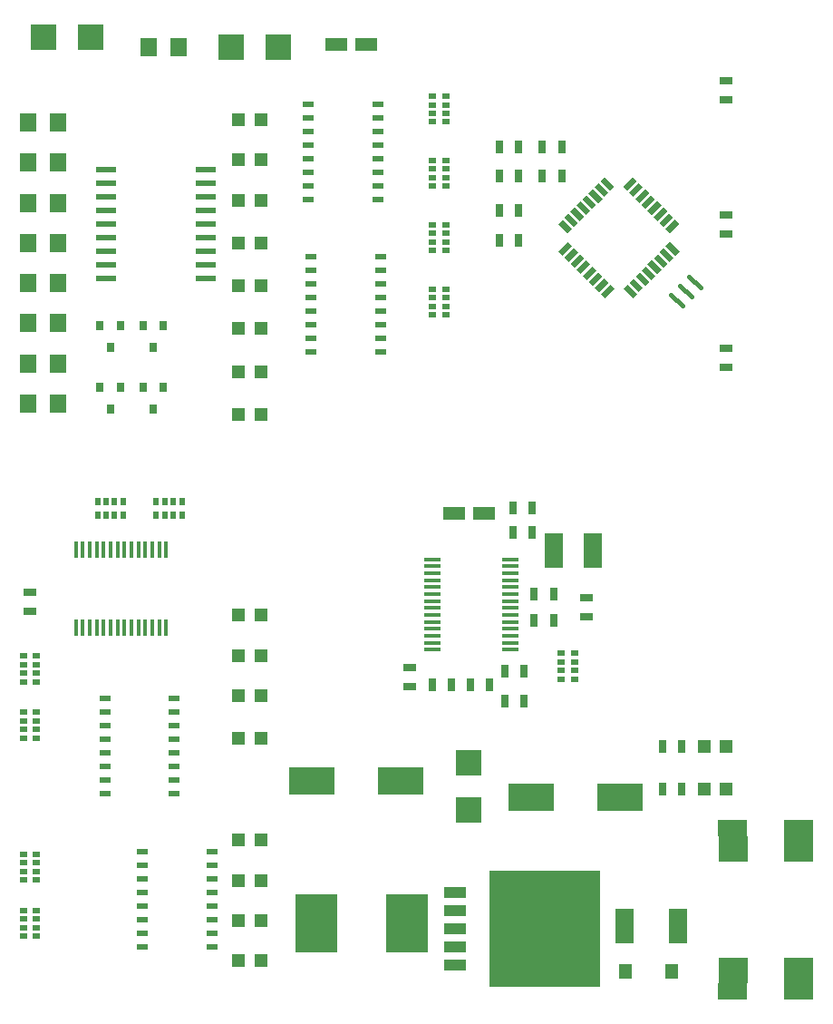
<source format=gbr>
G04 EAGLE Gerber RS-274X export*
G75*
%MOMM*%
%FSLAX34Y34*%
%LPD*%
%INSolderpaste Top*%
%IPPOS*%
%AMOC8*
5,1,8,0,0,1.08239X$1,22.5*%
G01*
%ADD10R,1.200000X1.200000*%
%ADD11R,1.270000X1.470000*%
%ADD12R,0.800000X1.200000*%
%ADD13R,1.780000X3.200000*%
%ADD14R,2.800000X2.400000*%
%ADD15R,2.799081X1.485900*%
%ADD16R,1.200000X0.800000*%
%ADD17R,1.500000X0.400000*%
%ADD18R,1.700000X3.300000*%
%ADD19R,2.000000X1.200000*%
%ADD20R,1.270000X0.558800*%
%ADD21R,0.558800X1.270000*%
%ADD22C,0.450000*%
%ADD23R,4.300000X2.500000*%
%ADD24R,4.000000X5.500000*%
%ADD25R,10.410000X10.800000*%
%ADD26R,2.159000X1.066800*%
%ADD27R,2.400000X2.400000*%
%ADD28R,1.000000X0.500000*%
%ADD29R,0.400000X1.500000*%
%ADD30R,0.650000X0.500000*%
%ADD31R,0.500000X0.650000*%
%ADD32R,1.981200X0.558800*%
%ADD33R,0.802000X0.972000*%
%ADD34R,1.600000X1.800000*%


D10*
X753000Y212500D03*
X732000Y212500D03*
D11*
X701500Y42500D03*
X658500Y42500D03*
D12*
X711500Y212500D03*
X693500Y212500D03*
D13*
X657600Y85000D03*
X707400Y85000D03*
D14*
X820000Y43000D03*
X820000Y157000D03*
X759000Y43000D03*
X759000Y157000D03*
D15*
X820000Y176391D03*
X758989Y176416D03*
X758989Y23610D03*
X820000Y23610D03*
D16*
X752500Y624000D03*
X752500Y606000D03*
X752500Y749000D03*
X752500Y731000D03*
X752500Y874000D03*
X752500Y856000D03*
D17*
X478750Y427250D03*
X478750Y420750D03*
X478750Y414250D03*
X478750Y407750D03*
X478750Y401250D03*
X478750Y394750D03*
X478750Y388250D03*
X478750Y381750D03*
X478750Y375250D03*
X478750Y368750D03*
X478750Y362250D03*
X478750Y355750D03*
X478750Y349250D03*
X478750Y342750D03*
X551250Y342750D03*
X551250Y349250D03*
X551250Y355750D03*
X551250Y362250D03*
X551250Y368750D03*
X551250Y375250D03*
X551250Y381750D03*
X551250Y388250D03*
X551250Y394750D03*
X551250Y401250D03*
X551250Y407750D03*
X551250Y414250D03*
X551250Y420750D03*
X551250Y427250D03*
D12*
X496500Y310000D03*
X478500Y310000D03*
D16*
X457500Y326500D03*
X457500Y308500D03*
D12*
X513500Y310000D03*
X531500Y310000D03*
D18*
X591500Y435000D03*
X628500Y435000D03*
D12*
X573500Y370000D03*
X591500Y370000D03*
X573500Y395000D03*
X591500Y395000D03*
X564000Y322500D03*
X546000Y322500D03*
D16*
X622500Y391500D03*
X622500Y373500D03*
D12*
X564000Y295000D03*
X546000Y295000D03*
D19*
X498500Y470000D03*
X526500Y470000D03*
D12*
X571500Y475000D03*
X553500Y475000D03*
X571500Y452500D03*
X553500Y452500D03*
X559000Y812500D03*
X541000Y812500D03*
X541000Y785000D03*
X559000Y785000D03*
X581000Y785000D03*
X599000Y785000D03*
X693500Y252500D03*
X711500Y252500D03*
D10*
X753000Y252500D03*
X732000Y252500D03*
D20*
G36*
X660540Y683813D02*
X669519Y674834D01*
X665568Y670883D01*
X656589Y679862D01*
X660540Y683813D01*
G37*
G36*
X666197Y689470D02*
X675176Y680491D01*
X671225Y676540D01*
X662246Y685519D01*
X666197Y689470D01*
G37*
G36*
X671854Y695126D02*
X680833Y686147D01*
X676882Y682196D01*
X667903Y691175D01*
X671854Y695126D01*
G37*
G36*
X677511Y700783D02*
X686490Y691804D01*
X682539Y687853D01*
X673560Y696832D01*
X677511Y700783D01*
G37*
G36*
X683168Y706440D02*
X692147Y697461D01*
X688196Y693510D01*
X679217Y702489D01*
X683168Y706440D01*
G37*
G36*
X688825Y712097D02*
X697804Y703118D01*
X693853Y699167D01*
X684874Y708146D01*
X688825Y712097D01*
G37*
G36*
X694481Y717754D02*
X703460Y708775D01*
X699509Y704824D01*
X690530Y713803D01*
X694481Y717754D01*
G37*
G36*
X700138Y723411D02*
X709117Y714432D01*
X705166Y710481D01*
X696187Y719460D01*
X700138Y723411D01*
G37*
D21*
G36*
X705166Y744519D02*
X709117Y740568D01*
X700138Y731589D01*
X696187Y735540D01*
X705166Y744519D01*
G37*
G36*
X699509Y750176D02*
X703460Y746225D01*
X694481Y737246D01*
X690530Y741197D01*
X699509Y750176D01*
G37*
G36*
X693853Y755833D02*
X697804Y751882D01*
X688825Y742903D01*
X684874Y746854D01*
X693853Y755833D01*
G37*
G36*
X688196Y761490D02*
X692147Y757539D01*
X683168Y748560D01*
X679217Y752511D01*
X688196Y761490D01*
G37*
G36*
X682539Y767147D02*
X686490Y763196D01*
X677511Y754217D01*
X673560Y758168D01*
X682539Y767147D01*
G37*
G36*
X676882Y772804D02*
X680833Y768853D01*
X671854Y759874D01*
X667903Y763825D01*
X676882Y772804D01*
G37*
G36*
X671225Y778460D02*
X675176Y774509D01*
X666197Y765530D01*
X662246Y769481D01*
X671225Y778460D01*
G37*
G36*
X665568Y784117D02*
X669519Y780166D01*
X660540Y771187D01*
X656589Y775138D01*
X665568Y784117D01*
G37*
D20*
G36*
X639432Y784117D02*
X648411Y775138D01*
X644460Y771187D01*
X635481Y780166D01*
X639432Y784117D01*
G37*
G36*
X633775Y778460D02*
X642754Y769481D01*
X638803Y765530D01*
X629824Y774509D01*
X633775Y778460D01*
G37*
G36*
X628118Y772804D02*
X637097Y763825D01*
X633146Y759874D01*
X624167Y768853D01*
X628118Y772804D01*
G37*
G36*
X622461Y767147D02*
X631440Y758168D01*
X627489Y754217D01*
X618510Y763196D01*
X622461Y767147D01*
G37*
G36*
X616804Y761490D02*
X625783Y752511D01*
X621832Y748560D01*
X612853Y757539D01*
X616804Y761490D01*
G37*
G36*
X611147Y755833D02*
X620126Y746854D01*
X616175Y742903D01*
X607196Y751882D01*
X611147Y755833D01*
G37*
G36*
X605491Y750176D02*
X614470Y741197D01*
X610519Y737246D01*
X601540Y746225D01*
X605491Y750176D01*
G37*
G36*
X599834Y744519D02*
X608813Y735540D01*
X604862Y731589D01*
X595883Y740568D01*
X599834Y744519D01*
G37*
D21*
G36*
X604862Y723411D02*
X608813Y719460D01*
X599834Y710481D01*
X595883Y714432D01*
X604862Y723411D01*
G37*
G36*
X610519Y717754D02*
X614470Y713803D01*
X605491Y704824D01*
X601540Y708775D01*
X610519Y717754D01*
G37*
G36*
X616175Y712097D02*
X620126Y708146D01*
X611147Y699167D01*
X607196Y703118D01*
X616175Y712097D01*
G37*
G36*
X621832Y706440D02*
X625783Y702489D01*
X616804Y693510D01*
X612853Y697461D01*
X621832Y706440D01*
G37*
G36*
X627489Y700783D02*
X631440Y696832D01*
X622461Y687853D01*
X618510Y691804D01*
X627489Y700783D01*
G37*
G36*
X633146Y695126D02*
X637097Y691175D01*
X628118Y682196D01*
X624167Y686147D01*
X633146Y695126D01*
G37*
G36*
X638803Y689470D02*
X642754Y685519D01*
X633775Y676540D01*
X629824Y680491D01*
X638803Y689470D01*
G37*
G36*
X644460Y683813D02*
X648411Y679862D01*
X639432Y670883D01*
X635481Y674834D01*
X644460Y683813D01*
G37*
D12*
X581000Y812500D03*
X599000Y812500D03*
X559000Y752500D03*
X541000Y752500D03*
D22*
X701371Y674159D02*
X711659Y663871D01*
X720144Y672356D02*
X709856Y682644D01*
X718341Y691129D02*
X728629Y680841D01*
D12*
X559000Y725000D03*
X541000Y725000D03*
D23*
X366000Y220000D03*
X449000Y220000D03*
X654000Y205000D03*
X571000Y205000D03*
D24*
X370000Y87500D03*
X455000Y87500D03*
D25*
X582900Y82500D03*
D26*
X499588Y116536D03*
X499588Y99518D03*
X499588Y82500D03*
X499588Y65482D03*
X499588Y48464D03*
D27*
X512500Y237000D03*
X512500Y193000D03*
D10*
X318000Y375000D03*
X297000Y375000D03*
X318000Y337500D03*
X297000Y337500D03*
X318000Y300000D03*
X297000Y300000D03*
X318000Y260000D03*
X297000Y260000D03*
X318000Y165000D03*
X297000Y165000D03*
X318000Y127500D03*
X297000Y127500D03*
X318000Y90000D03*
X297000Y90000D03*
D28*
X172600Y296950D03*
X172600Y284250D03*
X172600Y271550D03*
X172600Y258850D03*
X172600Y246150D03*
X172600Y233450D03*
X172600Y220750D03*
X172600Y208050D03*
X237400Y208050D03*
X237400Y220750D03*
X237400Y233450D03*
X237400Y246150D03*
X237400Y258850D03*
X237400Y271550D03*
X237400Y284250D03*
X237400Y296950D03*
X207600Y154450D03*
X207600Y141750D03*
X207600Y129050D03*
X207600Y116350D03*
X207600Y103650D03*
X207600Y90950D03*
X207600Y78250D03*
X207600Y65550D03*
X272400Y65550D03*
X272400Y78250D03*
X272400Y90950D03*
X272400Y103650D03*
X272400Y116350D03*
X272400Y129050D03*
X272400Y141750D03*
X272400Y154450D03*
D10*
X318000Y52500D03*
X297000Y52500D03*
D29*
X229750Y436250D03*
X223250Y436250D03*
X216750Y436250D03*
X210250Y436250D03*
X203750Y436250D03*
X197250Y436250D03*
X190750Y436250D03*
X184250Y436250D03*
X177750Y436250D03*
X171250Y436250D03*
X164750Y436250D03*
X158250Y436250D03*
X151750Y436250D03*
X145250Y436250D03*
X145250Y363750D03*
X151750Y363750D03*
X158250Y363750D03*
X164750Y363750D03*
X171250Y363750D03*
X177750Y363750D03*
X184250Y363750D03*
X190750Y363750D03*
X197250Y363750D03*
X203750Y363750D03*
X210250Y363750D03*
X216750Y363750D03*
X223250Y363750D03*
X229750Y363750D03*
D28*
X362600Y851950D03*
X362600Y839250D03*
X362600Y826550D03*
X362600Y813850D03*
X362600Y801150D03*
X362600Y788450D03*
X362600Y775750D03*
X362600Y763050D03*
X427400Y763050D03*
X427400Y775750D03*
X427400Y788450D03*
X427400Y801150D03*
X427400Y813850D03*
X427400Y826550D03*
X427400Y839250D03*
X427400Y851950D03*
D30*
X96250Y284500D03*
X96250Y276500D03*
X96250Y268500D03*
X96250Y260500D03*
X108750Y260500D03*
X108750Y268500D03*
X108750Y276500D03*
X108750Y284500D03*
X96250Y337000D03*
X96250Y329000D03*
X96250Y321000D03*
X96250Y313000D03*
X108750Y313000D03*
X108750Y321000D03*
X108750Y329000D03*
X108750Y337000D03*
X96250Y99500D03*
X96250Y91500D03*
X96250Y83500D03*
X96250Y75500D03*
X108750Y75500D03*
X108750Y83500D03*
X108750Y91500D03*
X108750Y99500D03*
X96250Y152000D03*
X96250Y144000D03*
X96250Y136000D03*
X96250Y128000D03*
X108750Y128000D03*
X108750Y136000D03*
X108750Y144000D03*
X108750Y152000D03*
X598750Y339500D03*
X598750Y331500D03*
X598750Y323500D03*
X598750Y315500D03*
X611250Y315500D03*
X611250Y323500D03*
X611250Y331500D03*
X611250Y339500D03*
D31*
X189500Y481250D03*
X181500Y481250D03*
X173500Y481250D03*
X165500Y481250D03*
X165500Y468750D03*
X173500Y468750D03*
X181500Y468750D03*
X189500Y468750D03*
D30*
X478750Y799500D03*
X478750Y791500D03*
X478750Y783500D03*
X478750Y775500D03*
X491250Y775500D03*
X491250Y783500D03*
X491250Y791500D03*
X491250Y799500D03*
X478750Y859500D03*
X478750Y851500D03*
X478750Y843500D03*
X478750Y835500D03*
X491250Y835500D03*
X491250Y843500D03*
X491250Y851500D03*
X491250Y859500D03*
D16*
X102500Y396500D03*
X102500Y378500D03*
D10*
X297000Y837500D03*
X318000Y837500D03*
X297000Y800000D03*
X318000Y800000D03*
X297000Y762500D03*
X318000Y762500D03*
X297000Y722500D03*
X318000Y722500D03*
D27*
X159500Y915000D03*
X115500Y915000D03*
X290500Y905000D03*
X334500Y905000D03*
D19*
X416500Y907500D03*
X388500Y907500D03*
D32*
X266736Y689200D03*
X266736Y701900D03*
X266736Y714600D03*
X266736Y727300D03*
X266736Y740000D03*
X266736Y752700D03*
X266736Y765400D03*
X266736Y778100D03*
X266736Y790800D03*
X173264Y790800D03*
X173264Y778100D03*
X173264Y765400D03*
X173264Y752700D03*
X173264Y740000D03*
X173264Y727300D03*
X173264Y714600D03*
X173264Y701900D03*
X173264Y689200D03*
D28*
X365100Y709450D03*
X365100Y696750D03*
X365100Y684050D03*
X365100Y671350D03*
X365100Y658650D03*
X365100Y645950D03*
X365100Y633250D03*
X365100Y620550D03*
X429900Y620550D03*
X429900Y633250D03*
X429900Y645950D03*
X429900Y658650D03*
X429900Y671350D03*
X429900Y684050D03*
X429900Y696750D03*
X429900Y709450D03*
D31*
X244500Y481250D03*
X236500Y481250D03*
X228500Y481250D03*
X220500Y481250D03*
X220500Y468750D03*
X228500Y468750D03*
X236500Y468750D03*
X244500Y468750D03*
D30*
X478750Y739500D03*
X478750Y731500D03*
X478750Y723500D03*
X478750Y715500D03*
X491250Y715500D03*
X491250Y723500D03*
X491250Y731500D03*
X491250Y739500D03*
X478750Y679500D03*
X478750Y671500D03*
X478750Y663500D03*
X478750Y655500D03*
X491250Y655500D03*
X491250Y663500D03*
X491250Y671500D03*
X491250Y679500D03*
D10*
X297000Y682500D03*
X318000Y682500D03*
X297000Y642500D03*
X318000Y642500D03*
X297000Y602500D03*
X318000Y602500D03*
X297000Y562500D03*
X318000Y562500D03*
D33*
X177500Y567500D03*
X168000Y587500D03*
X187000Y587500D03*
X217500Y567500D03*
X208000Y587500D03*
X227000Y587500D03*
X217500Y625000D03*
X208000Y645000D03*
X227000Y645000D03*
X177500Y625000D03*
X168000Y645000D03*
X187000Y645000D03*
D34*
X101000Y797500D03*
X129000Y797500D03*
X101000Y760000D03*
X129000Y760000D03*
X101000Y722500D03*
X129000Y722500D03*
X101000Y685000D03*
X129000Y685000D03*
X101000Y647500D03*
X129000Y647500D03*
X101000Y610000D03*
X129000Y610000D03*
X101000Y572500D03*
X129000Y572500D03*
X241500Y905000D03*
X213500Y905000D03*
X101000Y835000D03*
X129000Y835000D03*
M02*

</source>
